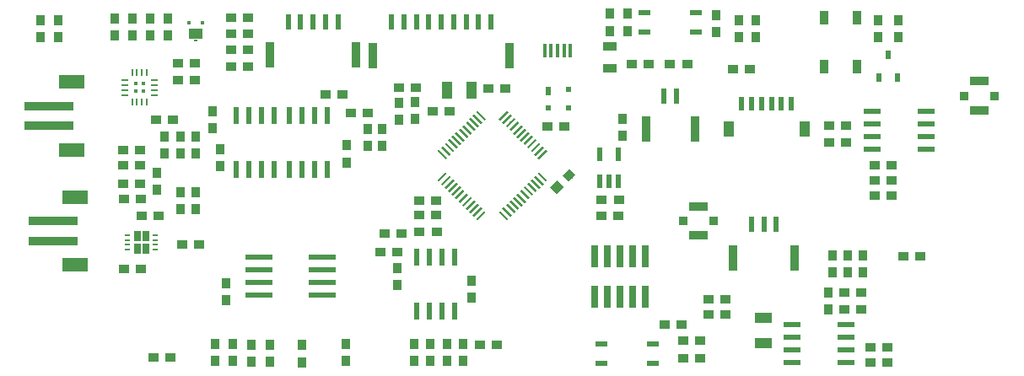
<source format=gbr>
G04 #@! TF.GenerationSoftware,KiCad,Pcbnew,(5.0.0)*
G04 #@! TF.CreationDate,2018-12-27T15:31:04-06:00*
G04 #@! TF.ProjectId,fk-core,666B2D636F72652E6B696361645F7063,0.1*
G04 #@! TF.SameCoordinates,PX791ddc0PY791ddc0*
G04 #@! TF.FileFunction,Paste,Top*
G04 #@! TF.FilePolarity,Positive*
%FSLAX46Y46*%
G04 Gerber Fmt 4.6, Leading zero omitted, Abs format (unit mm)*
G04 Created by KiCad (PCBNEW (5.0.0)) date 12/27/18 15:31:04*
%MOMM*%
%LPD*%
G01*
G04 APERTURE LIST*
%ADD10C,0.225000*%
%ADD11C,0.100000*%
%ADD12R,0.900000X0.990000*%
%ADD13R,0.990000X0.900000*%
%ADD14R,0.540000X1.530000*%
%ADD15R,0.900000X2.520000*%
%ADD16R,4.950000X0.900000*%
%ADD17R,2.600000X1.340000*%
%ADD18R,0.405000X1.350000*%
%ADD19R,0.630000X0.225000*%
%ADD20R,0.640000X1.000000*%
%ADD21R,0.585000X1.404000*%
%ADD22R,2.700000X0.540000*%
%ADD23R,0.540000X1.800000*%
%ADD24R,1.350000X0.900000*%
%ADD25R,1.305000X0.630000*%
%ADD26R,0.810000X1.350000*%
%ADD27R,0.360000X0.450000*%
%ADD28R,1.440000X0.990000*%
%ADD29R,0.360000X0.225000*%
%ADD30R,0.630000X0.900000*%
%ADD31R,0.630000X0.540000*%
%ADD32R,0.585000X0.945000*%
%ADD33R,0.435000X0.435000*%
%ADD34R,0.715000X0.202000*%
%ADD35R,0.202000X0.715000*%
%ADD36R,0.220000X0.715000*%
%ADD37R,1.800000X0.540000*%
%ADD38R,0.990000X1.710000*%
%ADD39R,1.710000X0.990000*%
%ADD40R,0.540000X1.395000*%
%ADD41R,1.080000X1.620000*%
%ADD42R,0.675000X2.250000*%
%ADD43C,0.900000*%
%ADD44R,1.980000X0.945000*%
%ADD45R,0.945000X0.900000*%
G04 APERTURE END LIST*
D10*
G04 #@! TO.C,U2*
X-3493571Y6519058D03*
D11*
G36*
X-3986778Y6853166D02*
X-3827679Y7012265D01*
X-3000364Y6184950D01*
X-3159463Y6025851D01*
X-3986778Y6853166D01*
X-3986778Y6853166D01*
G37*
D10*
X-3847124Y6165505D03*
D11*
G36*
X-4340331Y6499613D02*
X-4181232Y6658712D01*
X-3353917Y5831397D01*
X-3513016Y5672298D01*
X-4340331Y6499613D01*
X-4340331Y6499613D01*
G37*
D10*
X-4200678Y5811951D03*
D11*
G36*
X-4693885Y6146059D02*
X-4534786Y6305158D01*
X-3707471Y5477843D01*
X-3866570Y5318744D01*
X-4693885Y6146059D01*
X-4693885Y6146059D01*
G37*
D10*
X-4554231Y5458398D03*
D11*
G36*
X-5047438Y5792506D02*
X-4888339Y5951605D01*
X-4061024Y5124290D01*
X-4220123Y4965191D01*
X-5047438Y5792506D01*
X-5047438Y5792506D01*
G37*
D10*
X-4907784Y5104845D03*
D11*
G36*
X-5400991Y5438953D02*
X-5241892Y5598052D01*
X-4414577Y4770737D01*
X-4573676Y4611638D01*
X-5400991Y5438953D01*
X-5400991Y5438953D01*
G37*
D10*
X-5261338Y4751291D03*
D11*
G36*
X-5754545Y5085399D02*
X-5595446Y5244498D01*
X-4768131Y4417183D01*
X-4927230Y4258084D01*
X-5754545Y5085399D01*
X-5754545Y5085399D01*
G37*
D10*
X-5614891Y4397738D03*
D11*
G36*
X-6108098Y4731846D02*
X-5948999Y4890945D01*
X-5121684Y4063630D01*
X-5280783Y3904531D01*
X-6108098Y4731846D01*
X-6108098Y4731846D01*
G37*
D10*
X-5968445Y4044184D03*
D11*
G36*
X-6461652Y4378292D02*
X-6302553Y4537391D01*
X-5475238Y3710076D01*
X-5634337Y3550977D01*
X-6461652Y4378292D01*
X-6461652Y4378292D01*
G37*
D10*
X-6321998Y3690631D03*
D11*
G36*
X-6815205Y4024739D02*
X-6656106Y4183838D01*
X-5828791Y3356523D01*
X-5987890Y3197424D01*
X-6815205Y4024739D01*
X-6815205Y4024739D01*
G37*
D10*
X-6675551Y3337078D03*
D11*
G36*
X-7168758Y3671186D02*
X-7009659Y3830285D01*
X-6182344Y3002970D01*
X-6341443Y2843871D01*
X-7168758Y3671186D01*
X-7168758Y3671186D01*
G37*
D10*
X-7029105Y2983524D03*
D11*
G36*
X-7522312Y3317632D02*
X-7363213Y3476731D01*
X-6535898Y2649416D01*
X-6694997Y2490317D01*
X-7522312Y3317632D01*
X-7522312Y3317632D01*
G37*
D10*
X-7382658Y2629971D03*
D11*
G36*
X-7875865Y2964079D02*
X-7716766Y3123178D01*
X-6889451Y2295863D01*
X-7048550Y2136764D01*
X-7875865Y2964079D01*
X-7875865Y2964079D01*
G37*
D10*
X-7382658Y367229D03*
D11*
G36*
X-7716766Y-125978D02*
X-7875865Y33121D01*
X-7048550Y860436D01*
X-6889451Y701337D01*
X-7716766Y-125978D01*
X-7716766Y-125978D01*
G37*
D10*
X-7029105Y13676D03*
D11*
G36*
X-7363213Y-479531D02*
X-7522312Y-320432D01*
X-6694997Y506883D01*
X-6535898Y347784D01*
X-7363213Y-479531D01*
X-7363213Y-479531D01*
G37*
D10*
X-6675551Y-339878D03*
D11*
G36*
X-7009659Y-833085D02*
X-7168758Y-673986D01*
X-6341443Y153329D01*
X-6182344Y-5770D01*
X-7009659Y-833085D01*
X-7009659Y-833085D01*
G37*
D10*
X-6321998Y-693431D03*
D11*
G36*
X-6656106Y-1186638D02*
X-6815205Y-1027539D01*
X-5987890Y-200224D01*
X-5828791Y-359323D01*
X-6656106Y-1186638D01*
X-6656106Y-1186638D01*
G37*
D10*
X-5968445Y-1046984D03*
D11*
G36*
X-6302553Y-1540191D02*
X-6461652Y-1381092D01*
X-5634337Y-553777D01*
X-5475238Y-712876D01*
X-6302553Y-1540191D01*
X-6302553Y-1540191D01*
G37*
D10*
X-5614891Y-1400538D03*
D11*
G36*
X-5948999Y-1893745D02*
X-6108098Y-1734646D01*
X-5280783Y-907331D01*
X-5121684Y-1066430D01*
X-5948999Y-1893745D01*
X-5948999Y-1893745D01*
G37*
D10*
X-5261338Y-1754091D03*
D11*
G36*
X-5595446Y-2247298D02*
X-5754545Y-2088199D01*
X-4927230Y-1260884D01*
X-4768131Y-1419983D01*
X-5595446Y-2247298D01*
X-5595446Y-2247298D01*
G37*
D10*
X-4907784Y-2107645D03*
D11*
G36*
X-5241892Y-2600852D02*
X-5400991Y-2441753D01*
X-4573676Y-1614438D01*
X-4414577Y-1773537D01*
X-5241892Y-2600852D01*
X-5241892Y-2600852D01*
G37*
D10*
X-4554231Y-2461198D03*
D11*
G36*
X-4888339Y-2954405D02*
X-5047438Y-2795306D01*
X-4220123Y-1967991D01*
X-4061024Y-2127090D01*
X-4888339Y-2954405D01*
X-4888339Y-2954405D01*
G37*
D10*
X-4200678Y-2814751D03*
D11*
G36*
X-4534786Y-3307958D02*
X-4693885Y-3148859D01*
X-3866570Y-2321544D01*
X-3707471Y-2480643D01*
X-4534786Y-3307958D01*
X-4534786Y-3307958D01*
G37*
D10*
X-3847124Y-3168305D03*
D11*
G36*
X-4181232Y-3661512D02*
X-4340331Y-3502413D01*
X-3513016Y-2675098D01*
X-3353917Y-2834197D01*
X-4181232Y-3661512D01*
X-4181232Y-3661512D01*
G37*
D10*
X-3493571Y-3521858D03*
D11*
G36*
X-3827679Y-4015065D02*
X-3986778Y-3855966D01*
X-3159463Y-3028651D01*
X-3000364Y-3187750D01*
X-3827679Y-4015065D01*
X-3827679Y-4015065D01*
G37*
D10*
X-1230829Y-3521858D03*
D11*
G36*
X-1724036Y-3187750D02*
X-1564937Y-3028651D01*
X-737622Y-3855966D01*
X-896721Y-4015065D01*
X-1724036Y-3187750D01*
X-1724036Y-3187750D01*
G37*
D10*
X-877276Y-3168305D03*
D11*
G36*
X-1370483Y-2834197D02*
X-1211384Y-2675098D01*
X-384069Y-3502413D01*
X-543168Y-3661512D01*
X-1370483Y-2834197D01*
X-1370483Y-2834197D01*
G37*
D10*
X-523722Y-2814751D03*
D11*
G36*
X-1016929Y-2480643D02*
X-857830Y-2321544D01*
X-30515Y-3148859D01*
X-189614Y-3307958D01*
X-1016929Y-2480643D01*
X-1016929Y-2480643D01*
G37*
D10*
X-170169Y-2461198D03*
D11*
G36*
X-663376Y-2127090D02*
X-504277Y-1967991D01*
X323038Y-2795306D01*
X163939Y-2954405D01*
X-663376Y-2127090D01*
X-663376Y-2127090D01*
G37*
D10*
X183384Y-2107645D03*
D11*
G36*
X-309823Y-1773537D02*
X-150724Y-1614438D01*
X676591Y-2441753D01*
X517492Y-2600852D01*
X-309823Y-1773537D01*
X-309823Y-1773537D01*
G37*
D10*
X536938Y-1754091D03*
D11*
G36*
X43731Y-1419983D02*
X202830Y-1260884D01*
X1030145Y-2088199D01*
X871046Y-2247298D01*
X43731Y-1419983D01*
X43731Y-1419983D01*
G37*
D10*
X890491Y-1400538D03*
D11*
G36*
X397284Y-1066430D02*
X556383Y-907331D01*
X1383698Y-1734646D01*
X1224599Y-1893745D01*
X397284Y-1066430D01*
X397284Y-1066430D01*
G37*
D10*
X1244045Y-1046984D03*
D11*
G36*
X750838Y-712876D02*
X909937Y-553777D01*
X1737252Y-1381092D01*
X1578153Y-1540191D01*
X750838Y-712876D01*
X750838Y-712876D01*
G37*
D10*
X1597598Y-693431D03*
D11*
G36*
X1104391Y-359323D02*
X1263490Y-200224D01*
X2090805Y-1027539D01*
X1931706Y-1186638D01*
X1104391Y-359323D01*
X1104391Y-359323D01*
G37*
D10*
X1951151Y-339878D03*
D11*
G36*
X1457944Y-5770D02*
X1617043Y153329D01*
X2444358Y-673986D01*
X2285259Y-833085D01*
X1457944Y-5770D01*
X1457944Y-5770D01*
G37*
D10*
X2304705Y13676D03*
D11*
G36*
X1811498Y347784D02*
X1970597Y506883D01*
X2797912Y-320432D01*
X2638813Y-479531D01*
X1811498Y347784D01*
X1811498Y347784D01*
G37*
D10*
X2658258Y367229D03*
D11*
G36*
X2165051Y701337D02*
X2324150Y860436D01*
X3151465Y33121D01*
X2992366Y-125978D01*
X2165051Y701337D01*
X2165051Y701337D01*
G37*
D10*
X2658258Y2629971D03*
D11*
G36*
X2324150Y2136764D02*
X2165051Y2295863D01*
X2992366Y3123178D01*
X3151465Y2964079D01*
X2324150Y2136764D01*
X2324150Y2136764D01*
G37*
D10*
X2304705Y2983524D03*
D11*
G36*
X1970597Y2490317D02*
X1811498Y2649416D01*
X2638813Y3476731D01*
X2797912Y3317632D01*
X1970597Y2490317D01*
X1970597Y2490317D01*
G37*
D10*
X1951151Y3337078D03*
D11*
G36*
X1617043Y2843871D02*
X1457944Y3002970D01*
X2285259Y3830285D01*
X2444358Y3671186D01*
X1617043Y2843871D01*
X1617043Y2843871D01*
G37*
D10*
X1597598Y3690631D03*
D11*
G36*
X1263490Y3197424D02*
X1104391Y3356523D01*
X1931706Y4183838D01*
X2090805Y4024739D01*
X1263490Y3197424D01*
X1263490Y3197424D01*
G37*
D10*
X1244045Y4044184D03*
D11*
G36*
X909937Y3550977D02*
X750838Y3710076D01*
X1578153Y4537391D01*
X1737252Y4378292D01*
X909937Y3550977D01*
X909937Y3550977D01*
G37*
D10*
X890491Y4397738D03*
D11*
G36*
X556383Y3904531D02*
X397284Y4063630D01*
X1224599Y4890945D01*
X1383698Y4731846D01*
X556383Y3904531D01*
X556383Y3904531D01*
G37*
D10*
X536938Y4751291D03*
D11*
G36*
X202830Y4258084D02*
X43731Y4417183D01*
X871046Y5244498D01*
X1030145Y5085399D01*
X202830Y4258084D01*
X202830Y4258084D01*
G37*
D10*
X183384Y5104845D03*
D11*
G36*
X-150724Y4611638D02*
X-309823Y4770737D01*
X517492Y5598052D01*
X676591Y5438953D01*
X-150724Y4611638D01*
X-150724Y4611638D01*
G37*
D10*
X-170169Y5458398D03*
D11*
G36*
X-504277Y4965191D02*
X-663376Y5124290D01*
X163939Y5951605D01*
X323038Y5792506D01*
X-504277Y4965191D01*
X-504277Y4965191D01*
G37*
D10*
X-523722Y5811951D03*
D11*
G36*
X-857830Y5318744D02*
X-1016929Y5477843D01*
X-189614Y6305158D01*
X-30515Y6146059D01*
X-857830Y5318744D01*
X-857830Y5318744D01*
G37*
D10*
X-877276Y6165505D03*
D11*
G36*
X-1211384Y5672298D02*
X-1370483Y5831397D01*
X-543168Y6658712D01*
X-384069Y6499613D01*
X-1211384Y5672298D01*
X-1211384Y5672298D01*
G37*
D10*
X-1230829Y6519058D03*
D11*
G36*
X-1564937Y6025851D02*
X-1724036Y6184950D01*
X-896721Y7012265D01*
X-737622Y6853166D01*
X-1564937Y6025851D01*
X-1564937Y6025851D01*
G37*
G04 #@! TD*
D12*
G04 #@! TO.C,D4*
X-45974000Y16090000D03*
X-45974000Y14390000D03*
G04 #@! TD*
D13*
G04 #@! TO.C,R48*
X23456000Y11176000D03*
X21756000Y11176000D03*
G04 #@! TD*
D12*
G04 #@! TO.C,R47*
X-47752000Y14390000D03*
X-47752000Y16090000D03*
G04 #@! TD*
D14*
G04 #@! TO.C,J17*
X-2493000Y15894600D03*
X-3743000Y15894600D03*
X-4993000Y15894600D03*
X-6243000Y15894600D03*
X-7493000Y15894600D03*
X-8743000Y15894600D03*
X-9993000Y15894600D03*
X-11243000Y15894600D03*
X-12493000Y15894600D03*
D15*
X-643000Y12544600D03*
X-14343000Y12544600D03*
G04 #@! TD*
D16*
G04 #@! TO.C,J3*
X-46863000Y7477000D03*
X-46863000Y5477000D03*
D17*
X-44613000Y9877000D03*
X-44613000Y3077000D03*
G04 #@! TD*
D16*
G04 #@! TO.C,J10*
X-46482000Y-4096000D03*
X-46482000Y-6096000D03*
D17*
X-44232000Y-1696000D03*
X-44232000Y-8496000D03*
G04 #@! TD*
D18*
G04 #@! TO.C,J16*
X5491000Y13077000D03*
X4191000Y13077000D03*
X4841000Y13077000D03*
X3541000Y13077000D03*
X2891000Y13077000D03*
G04 #@! TD*
D19*
G04 #@! TO.C,U15*
X-36192000Y-6973000D03*
X-36192000Y-6473000D03*
X-36192000Y-5973000D03*
X-36192000Y-5473000D03*
X-38992000Y-5473000D03*
X-38992000Y-5973000D03*
X-38992000Y-6473000D03*
X-38992000Y-6973000D03*
D20*
X-38007000Y-5628000D03*
X-37177000Y-5628000D03*
X-38007000Y-6818000D03*
X-37177000Y-6818000D03*
G04 #@! TD*
D13*
G04 #@! TO.C,C39*
X-39419000Y-381000D03*
X-37719000Y-381000D03*
G04 #@! TD*
G04 #@! TO.C,C40*
X-37553000Y-3556000D03*
X-35853000Y-3556000D03*
G04 #@! TD*
D12*
G04 #@! TO.C,R46*
X-33655000Y-1182000D03*
X-33655000Y-2882000D03*
G04 #@! TD*
G04 #@! TO.C,R45*
X-32131000Y-2882000D03*
X-32131000Y-1182000D03*
G04 #@! TD*
D13*
G04 #@! TO.C,R44*
X-39331000Y-8890000D03*
X-37631000Y-8890000D03*
G04 #@! TD*
G04 #@! TO.C,R43*
X-31789000Y-6477000D03*
X-33489000Y-6477000D03*
G04 #@! TD*
G04 #@! TO.C,R42*
X-39331000Y-1905000D03*
X-37631000Y-1905000D03*
G04 #@! TD*
D21*
G04 #@! TO.C,U4*
X8397200Y-105400D03*
X9347200Y-105400D03*
X10297200Y-105400D03*
X10297200Y2594600D03*
X8397200Y2594600D03*
G04 #@! TD*
D14*
G04 #@! TO.C,J6*
X-17864200Y15923000D03*
X-19114200Y15923000D03*
X-20364200Y15923000D03*
X-21614200Y15923000D03*
X-22864200Y15923000D03*
D15*
X-16014200Y12573000D03*
X-24714200Y12573000D03*
G04 #@! TD*
D14*
G04 #@! TO.C,J8*
X16131700Y8477800D03*
X14881700Y8477800D03*
D15*
X17981700Y5127800D03*
X13031700Y5127800D03*
G04 #@! TD*
D13*
G04 #@! TO.C,L3*
X40575600Y-7620000D03*
X38875600Y-7620000D03*
G04 #@! TD*
D22*
G04 #@! TO.C,U5*
X-25806000Y-11557000D03*
X-25806000Y-10287000D03*
X-25806000Y-9017000D03*
X-25806000Y-7747000D03*
X-19406000Y-7747000D03*
X-19406000Y-9017000D03*
X-19406000Y-10287000D03*
X-19406000Y-11557000D03*
G04 #@! TD*
D23*
G04 #@! TO.C,U9*
X-18923000Y1110000D03*
X-20193000Y1110000D03*
X-21463000Y1110000D03*
X-22733000Y1110000D03*
X-22733000Y6510000D03*
X-21463000Y6510000D03*
X-20193000Y6510000D03*
X-18923000Y6510000D03*
G04 #@! TD*
D24*
G04 #@! TO.C,F1*
X9398000Y13419000D03*
X9398000Y11219000D03*
G04 #@! TD*
D12*
G04 #@! TO.C,C16*
X-6926802Y-16440022D03*
X-6926802Y-18140022D03*
G04 #@! TD*
D14*
G04 #@! TO.C,J5*
X26142000Y-4400000D03*
X24892000Y-4400000D03*
X23642000Y-4400000D03*
D15*
X27992000Y-7750000D03*
X21792000Y-7750000D03*
G04 #@! TD*
D25*
G04 #@! TO.C,SW2*
X18035900Y16875000D03*
X12875900Y16875000D03*
X12875900Y14875000D03*
X18035900Y14875000D03*
G04 #@! TD*
G04 #@! TO.C,SW1*
X8545200Y-18399000D03*
X13705200Y-18399000D03*
X13705200Y-16399000D03*
X8545200Y-16399000D03*
G04 #@! TD*
D26*
G04 #@! TO.C,U13*
X30912800Y11431100D03*
X34212800Y11431100D03*
X34212800Y16331100D03*
X30912800Y16331100D03*
G04 #@! TD*
D12*
G04 #@! TO.C,C33*
X-10228802Y-16440022D03*
X-10228802Y-18140022D03*
G04 #@! TD*
G04 #@! TO.C,C34*
X-8577802Y-16440022D03*
X-8577802Y-18140022D03*
G04 #@! TD*
G04 #@! TO.C,R7*
X-11938000Y-10502000D03*
X-11938000Y-8802000D03*
G04 #@! TD*
D13*
G04 #@! TO.C,C1*
X-10072000Y9296400D03*
X-11772000Y9296400D03*
G04 #@! TD*
G04 #@! TO.C,C2*
X19368400Y-13462000D03*
X21068400Y-13462000D03*
G04 #@! TD*
G04 #@! TO.C,C3*
X-8317600Y6959600D03*
X-6617600Y6959600D03*
G04 #@! TD*
G04 #@! TO.C,C4*
X-1080400Y9194800D03*
X-2780400Y9194800D03*
G04 #@! TD*
G04 #@! TO.C,C5*
X-7989200Y-2006600D03*
X-9689200Y-2006600D03*
G04 #@! TD*
D12*
G04 #@! TO.C,C7*
X-11734800Y6109600D03*
X-11734800Y7809600D03*
G04 #@! TD*
G04 #@! TO.C,C10*
X11176000Y16725000D03*
X11176000Y15025000D03*
G04 #@! TD*
G04 #@! TO.C,C11*
X10668000Y4458600D03*
X10668000Y6158600D03*
G04 #@! TD*
D13*
G04 #@! TO.C,C12*
X-32197353Y11760341D03*
X-33897353Y11760341D03*
G04 #@! TD*
G04 #@! TO.C,C15*
X-7963800Y-5207000D03*
X-9663800Y-5207000D03*
G04 #@! TD*
D12*
G04 #@! TO.C,C18*
X-29083000Y-10326000D03*
X-29083000Y-12026000D03*
G04 #@! TD*
D13*
G04 #@! TO.C,C19*
X-39458000Y3048000D03*
X-37758000Y3048000D03*
G04 #@! TD*
G04 #@! TO.C,C20*
X-34456000Y6096000D03*
X-36156000Y6096000D03*
G04 #@! TD*
G04 #@! TO.C,C21*
X-19138000Y8636000D03*
X-17438000Y8636000D03*
G04 #@! TD*
D12*
G04 #@! TO.C,C22*
X31318200Y-12965800D03*
X31318200Y-11265800D03*
G04 #@! TD*
D13*
G04 #@! TO.C,C24*
X34644700Y-11290300D03*
X32944700Y-11290300D03*
G04 #@! TD*
D12*
G04 #@! TO.C,D1*
X36347400Y14418600D03*
X36347400Y16118600D03*
G04 #@! TD*
G04 #@! TO.C,D2*
X-28397200Y-16450600D03*
X-28397200Y-18150600D03*
G04 #@! TD*
G04 #@! TO.C,D3*
X-24731530Y-16470430D03*
X-24731530Y-18170430D03*
G04 #@! TD*
D27*
G04 #@! TO.C,D7*
X-31481000Y15807400D03*
X-32781000Y15807400D03*
D28*
X-32131000Y14757400D03*
D29*
X-32131000Y14082400D03*
G04 #@! TD*
D30*
G04 #@! TO.C,D8*
X3260000Y8950000D03*
D31*
X3260000Y7250000D03*
X5260000Y7250000D03*
X5260000Y9150000D03*
G04 #@! TD*
D13*
G04 #@! TO.C,D9*
X-28612200Y16335400D03*
X-26912200Y16335400D03*
G04 #@! TD*
G04 #@! TO.C,D10*
X-28612200Y13084200D03*
X-26912200Y13084200D03*
G04 #@! TD*
D12*
G04 #@! TO.C,D11*
X22372800Y14390000D03*
X22372800Y16090000D03*
G04 #@! TD*
G04 #@! TO.C,L1*
X-10160000Y6160400D03*
X-10160000Y7860400D03*
G04 #@! TD*
G04 #@! TO.C,L2*
X9398000Y16725000D03*
X9398000Y15025000D03*
G04 #@! TD*
D32*
G04 #@! TO.C,Q1*
X36413400Y10327000D03*
X38313400Y10327000D03*
X37363400Y12627000D03*
G04 #@! TD*
D13*
G04 #@! TO.C,R1*
X-36410000Y-17780000D03*
X-34710000Y-17780000D03*
G04 #@! TD*
D12*
G04 #@! TO.C,R2*
X-17094200Y-16450600D03*
X-17094200Y-18150600D03*
G04 #@! TD*
G04 #@! TO.C,R3*
X38379400Y16118600D03*
X38379400Y14418600D03*
G04 #@! TD*
G04 #@! TO.C,R4*
X-30226000Y-16450600D03*
X-30226000Y-18150600D03*
G04 #@! TD*
G04 #@! TO.C,R5*
X-26568400Y-16501400D03*
X-26568400Y-18201400D03*
G04 #@! TD*
G04 #@! TO.C,R6*
X-4445000Y-11772000D03*
X-4445000Y-10072000D03*
G04 #@! TD*
D13*
G04 #@! TO.C,R8*
X18503000Y-17856200D03*
X16803000Y-17856200D03*
G04 #@! TD*
G04 #@! TO.C,R9*
X18503000Y-16078200D03*
X16803000Y-16078200D03*
G04 #@! TD*
G04 #@! TO.C,R10*
X11621400Y11684000D03*
X13321400Y11684000D03*
G04 #@! TD*
G04 #@! TO.C,R17*
X17182200Y11684000D03*
X15482200Y11684000D03*
G04 #@! TD*
G04 #@! TO.C,R21*
X-32197353Y10083941D03*
X-33897353Y10083941D03*
G04 #@! TD*
D12*
G04 #@! TO.C,R22*
X-34977753Y16267941D03*
X-34977753Y14567941D03*
G04 #@! TD*
G04 #@! TO.C,R24*
X-36755753Y16267941D03*
X-36755753Y14567941D03*
G04 #@! TD*
G04 #@! TO.C,R25*
X-38482953Y16267941D03*
X-38482953Y14567941D03*
G04 #@! TD*
D13*
G04 #@! TO.C,R32*
X-28612200Y14709800D03*
X-26912200Y14709800D03*
G04 #@! TD*
G04 #@! TO.C,R33*
X-28612200Y11458600D03*
X-26912200Y11458600D03*
G04 #@! TD*
D12*
G04 #@! TO.C,R34*
X-40260953Y14567941D03*
X-40260953Y16267941D03*
G04 #@! TD*
D13*
G04 #@! TO.C,R35*
X10298800Y-3530600D03*
X8598800Y-3530600D03*
G04 #@! TD*
G04 #@! TO.C,R36*
X10324200Y-1981200D03*
X8624200Y-1981200D03*
G04 #@! TD*
G04 #@! TO.C,R37*
X34657400Y-12915900D03*
X32957400Y-12915900D03*
G04 #@! TD*
D12*
G04 #@! TO.C,R39*
X24100000Y14390000D03*
X24100000Y16090000D03*
G04 #@! TD*
D33*
G04 #@! TO.C,U6*
X-37409083Y8945133D03*
X-37409083Y9695133D03*
X-38159083Y9695133D03*
X-38159083Y8945133D03*
D34*
X-39259083Y10070133D03*
X-39259083Y9570133D03*
X-39259083Y9070133D03*
X-39259083Y8570133D03*
D35*
X-38534083Y7845133D03*
X-38034083Y7845133D03*
D36*
X-37534083Y7845133D03*
D35*
X-37034083Y7845133D03*
D34*
X-36309083Y8570133D03*
X-36309083Y9070133D03*
X-36309083Y9570133D03*
X-36309083Y10070133D03*
D35*
X-37034083Y10795133D03*
X-37534083Y10795133D03*
X-38034083Y10795133D03*
D36*
X-38534083Y10795133D03*
G04 #@! TD*
D37*
G04 #@! TO.C,U7*
X33103800Y-14478000D03*
X33103800Y-15748000D03*
X33103800Y-17018000D03*
X33103800Y-18288000D03*
X27703800Y-18288000D03*
X27703800Y-17018000D03*
X27703800Y-15748000D03*
X27703800Y-14478000D03*
G04 #@! TD*
D23*
G04 #@! TO.C,U12*
X-6159500Y-13147000D03*
X-7429500Y-13147000D03*
X-8699500Y-13147000D03*
X-9969500Y-13147000D03*
X-9969500Y-7747000D03*
X-8699500Y-7747000D03*
X-7429500Y-7747000D03*
X-6159500Y-7747000D03*
G04 #@! TD*
D38*
G04 #@! TO.C,Y1*
X-6939599Y9042400D03*
X-4439601Y9042400D03*
G04 #@! TD*
D39*
G04 #@! TO.C,Y2*
X24815800Y-16312200D03*
X24815800Y-13812200D03*
G04 #@! TD*
D12*
G04 #@! TO.C,C17*
X-5275802Y-16440022D03*
X-5275802Y-18140022D03*
G04 #@! TD*
D40*
G04 #@! TO.C,J13*
X27646000Y7675000D03*
X26646000Y7675000D03*
X25646000Y7675000D03*
X24646000Y7675000D03*
X23646000Y7675000D03*
X22646000Y7675000D03*
D41*
X28946000Y5150000D03*
X21346000Y5150000D03*
G04 #@! TD*
D12*
G04 #@! TO.C,C23*
X-33655000Y4406000D03*
X-33655000Y2706000D03*
G04 #@! TD*
G04 #@! TO.C,C25*
X-29718000Y1436000D03*
X-29718000Y3136000D03*
G04 #@! TD*
G04 #@! TO.C,R11*
X-35306000Y4406000D03*
X-35306000Y2706000D03*
G04 #@! TD*
G04 #@! TO.C,R12*
X-32131000Y4406000D03*
X-32131000Y2706000D03*
G04 #@! TD*
D23*
G04 #@! TO.C,U8*
X-24257000Y1110000D03*
X-25527000Y1110000D03*
X-26797000Y1110000D03*
X-28067000Y1110000D03*
X-28067000Y6510000D03*
X-26797000Y6510000D03*
X-25527000Y6510000D03*
X-24257000Y6510000D03*
G04 #@! TD*
D12*
G04 #@! TO.C,C26*
X-30480000Y6946000D03*
X-30480000Y5246000D03*
G04 #@! TD*
G04 #@! TO.C,C29*
X-14859000Y3468000D03*
X-14859000Y5168000D03*
G04 #@! TD*
G04 #@! TO.C,C30*
X-17018000Y3517000D03*
X-17018000Y1817000D03*
G04 #@! TD*
D13*
G04 #@! TO.C,R13*
X-14860800Y6807200D03*
X-16560800Y6807200D03*
G04 #@! TD*
D12*
G04 #@! TO.C,R14*
X-13462000Y5129000D03*
X-13462000Y3429000D03*
G04 #@! TD*
D42*
G04 #@! TO.C,J7*
X12954000Y-7652000D03*
X12954000Y-11652000D03*
X11684000Y-7652000D03*
X11684000Y-11652000D03*
X10414000Y-7652000D03*
X10414000Y-11652000D03*
X9144000Y-7652000D03*
X9144000Y-11652000D03*
X7874000Y-7652000D03*
X7874000Y-11652000D03*
G04 #@! TD*
D12*
G04 #@! TO.C,C31*
X31750000Y-7532000D03*
X31750000Y-9232000D03*
G04 #@! TD*
G04 #@! TO.C,C32*
X34798000Y-9232000D03*
X34798000Y-7532000D03*
G04 #@! TD*
G04 #@! TO.C,C35*
X33274000Y-9232000D03*
X33274000Y-7532000D03*
G04 #@! TD*
D13*
G04 #@! TO.C,R15*
X-13638000Y-7162800D03*
X-11938000Y-7162800D03*
G04 #@! TD*
G04 #@! TO.C,R16*
X-13208000Y-5359400D03*
X-11508000Y-5359400D03*
G04 #@! TD*
G04 #@! TO.C,R18*
X-3644000Y-16510000D03*
X-1944000Y-16510000D03*
G04 #@! TD*
D12*
G04 #@! TO.C,R19*
X-21463000Y-18249000D03*
X-21463000Y-16549000D03*
G04 #@! TD*
D13*
G04 #@! TO.C,C6*
X3163200Y5435600D03*
X4863200Y5435600D03*
G04 #@! TD*
G04 #@! TO.C,C8*
X-7989200Y-3505200D03*
X-9689200Y-3505200D03*
G04 #@! TD*
D43*
G04 #@! TO.C,C9*
X4123359Y-677241D03*
D11*
G36*
X4155179Y-9025D02*
X4791575Y-645421D01*
X4091539Y-1345457D01*
X3455143Y-709061D01*
X4155179Y-9025D01*
X4155179Y-9025D01*
G37*
D43*
X5325441Y524841D03*
D11*
G36*
X5357261Y1193057D02*
X5993657Y556661D01*
X5293621Y-143375D01*
X4657225Y493021D01*
X5357261Y1193057D01*
X5357261Y1193057D01*
G37*
G04 #@! TD*
D13*
G04 #@! TO.C,C13*
X19317600Y-11912600D03*
X21017600Y-11912600D03*
G04 #@! TD*
G04 #@! TO.C,C27*
X33108000Y3810000D03*
X31408000Y3810000D03*
G04 #@! TD*
G04 #@! TO.C,C28*
X33119800Y5476240D03*
X31419800Y5476240D03*
G04 #@! TD*
G04 #@! TO.C,C36*
X37680000Y1524000D03*
X35980000Y1524000D03*
G04 #@! TD*
D44*
G04 #@! TO.C,J11*
X46531800Y9958600D03*
D45*
X48056800Y8483600D03*
D44*
X46531800Y7008600D03*
D45*
X45006800Y8483600D03*
G04 #@! TD*
G04 #@! TO.C,J15*
X16763000Y-4064000D03*
D44*
X18288000Y-5539000D03*
D45*
X19813000Y-4064000D03*
D44*
X18288000Y-2589000D03*
G04 #@! TD*
D13*
G04 #@! TO.C,R29*
X35980000Y-1524000D03*
X37680000Y-1524000D03*
G04 #@! TD*
G04 #@! TO.C,R38*
X35980000Y0D03*
X37680000Y0D03*
G04 #@! TD*
D37*
G04 #@! TO.C,U11*
X41181000Y6959600D03*
X41181000Y5689600D03*
X41181000Y4419600D03*
X41181000Y3149600D03*
X35781000Y3149600D03*
X35781000Y4419600D03*
X35781000Y5689600D03*
X35781000Y6959600D03*
G04 #@! TD*
D13*
G04 #@! TO.C,R20*
X-39388330Y1524000D03*
X-37688330Y1524000D03*
G04 #@! TD*
D12*
G04 #@! TO.C,R28*
X-36068000Y-938000D03*
X-36068000Y762000D03*
G04 #@! TD*
D13*
G04 #@! TO.C,R40*
X35599000Y-18288000D03*
X37299000Y-18288000D03*
G04 #@! TD*
G04 #@! TO.C,R41*
X37260000Y-16764000D03*
X35560000Y-16764000D03*
G04 #@! TD*
D12*
G04 #@! TO.C,C37*
X20066000Y14898000D03*
X20066000Y16598000D03*
G04 #@! TD*
D13*
G04 #@! TO.C,C38*
X14898000Y-14478000D03*
X16598000Y-14478000D03*
G04 #@! TD*
M02*

</source>
